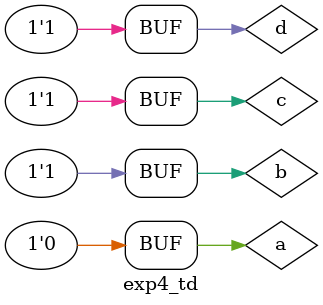
<source format=v>
`timescale 1 ns/1 ps
module andnot4(
    input in1,
    input in2,
    input in3,
    input in4,
    output wire out
);

assign out= ~(in1&in2)|~(in3&in4);
endmodule // 

module exp4_td;
    reg a,b,c,d;
    wire out;
    andnot4 test (a,b,c,d,out);
    initial begin
        $dumpfile("exp4_td.vcd");
        $dumpvars(0,exp4_td);
        a= 0;b=0;c=0;d=0;
        #10 a= 0;b=0;c=0;d=0;
        #10 a= 1;b=0;c=0;d=0;
        #10 a= 0;b=1;c=0;d=0;
        #10 a= 0;b=0;c=1;d=0;
        #10 a= 0;b=0;c=0;d=1;
        #10 a= 1;b=1;c=0;d=0;
        #10 a= 0;b=0;c=1;d=1;
        #10 a= 1;b=1;c=1;d=0;
        #10 a= 0;b=1;c=1;d=1;
    end
endmodule 
</source>
